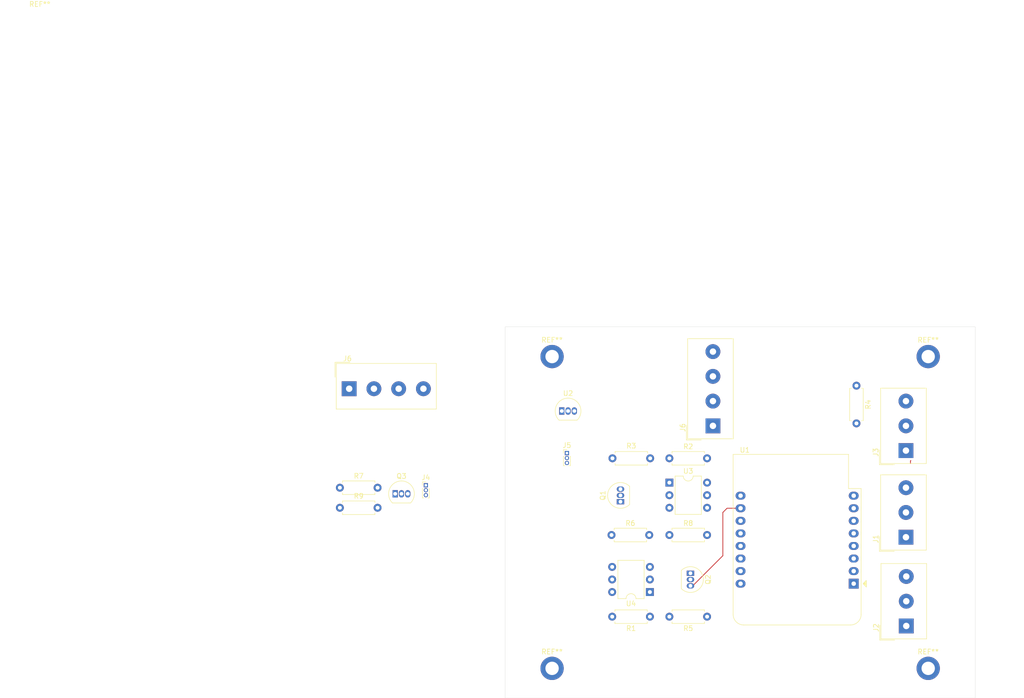
<source format=kicad_pcb>
(kicad_pcb (version 20240108) (generator "pcbnew") (generator_version "8.0")
  (layers (0 "F.Cu" signal) (31 "B.Cu" signal) (34 "B.Paste" user) (35 "F.Paste" user) (36 "B.SilkS" user "B.Silkscreen") (37 "F.SilkS" user "F.Silkscreen") (38 "B.Mask" user) (39 "F.Mask" user) (44 "Edge.Cuts" user))
  (net 0 "")
  (net 1 "Net-(Q1-B)")
  (net 2 "GND")
  (net 3 "Net-(Q1-C)")
  (net 4 "Net-(Q2-C)")
  (net 5 "Net-(Q2-B)")
  (net 7 "ESP32_Rx")
  (net 8 "GND ESP32")
  (net 9 "+5V ESP32")
  (net 10 "+3V3 ESP32")
  (net 12 "GND Intergas")
  (net 13 "ESP32_1W")
  (net 14 "+5V Intergas")
  (net 15 "Net-(Q3-B)")
  (net 16 "Net-(D1-K)")
  (net 17 "+3V3 Intergas")
  (net 18 "ESP32_Tx")
  (net 19 "Net-(D1-A)")
  (net 20 "ESP32_LED")
  (net 21 "Net-(J7-Pin_6)")
  (net 22 "+5V Boiler")
  (net 24 "Boiler_Rx")
  (net 28 "Net-(R1-Pad1)")
  (net 29 "Boiler_Tx")
  (net 30 "Net-(R2-Pad1)")
  (net 32 "Net-(J7-Pin_4)")
  (net 33 "Net-(J7-Pin_5)")
  (net 34 "Net-(J7-Pin_8)")
  (net 35 "Net-(J7-Pin_2)")
  (net 36 "Net-(J7-Pin_7)")
  (net 37 "Net-(J7-Pin_3)")
  (net 38 "Net-(J7-Pin_1)")
  (footprint "Resistor_THT:R_Axial_DIN0207_L6.3mm_D2.5mm_P7.62mm_Horizontal" (layer "F.Cu") (at 144.82 120.555 180)
    (property "Reference" "R5" (at 3.81 -2.37 0) (layer "F.SilkS"))
    (property "Value" "1K")
    (fp_line (start 7.08 1.37) (end 7.08 1.04) (stroke (width 0.12)) (layer "F.SilkS"))
    (fp_line (start 7.08 -1.37) (end 7.08 -1.04) (stroke (width 0.12)) (layer "F.SilkS"))
    (fp_line (start 0.54 1.37) (end 7.08 1.37) (stroke (width 0.12)) (layer "F.SilkS"))
    (fp_line (start 0.54 1.04) (end 0.54 1.37) (stroke (width 0.12)) (layer "F.SilkS"))
    (fp_line (start 0.54 -1.04) (end 0.54 -1.37) (stroke (width 0.12)) (layer "F.SilkS"))
    (fp_line (start 0.54 -1.37) (end 7.08 -1.37) (stroke (width 0.12)) (layer "F.SilkS"))
    (pad "1" thru_hole circle (at 0 0 180) (size 1.6 1.6) (drill 0.8) (layers "*.Cu" "*.Mask") (net 8 "GND ESP32"))
    (pad "2" thru_hole oval (at 7.62 0 180) (size 1.6 1.6) (drill 0.8) (layers "*.Cu" "*.Mask") (net 7 "ESP32_Rx"))
  )
  (footprint "Package_DIP:DIP-6_W7.62mm" (layer "F.Cu") (at 133.26 115.58 180)
    (property "Reference" "U4" (at 3.81 -2.33 0) (layer "F.SilkS"))
    (property "Value" "4N25")
    (fp_line (start 6.46 6.41) (end 6.46 -1.33) (stroke (width 0.12)) (layer "F.SilkS"))
    (fp_line (start 6.46 -1.33) (end 4.81 -1.33) (stroke (width 0.12)) (layer "F.SilkS"))
    (fp_line (start 2.81 -1.33) (end 1.16 -1.33) (stroke (width 0.12)) (layer "F.SilkS"))
    (fp_line (start 1.16 6.41) (end 6.46 6.41) (stroke (width 0.12)) (layer "F.SilkS"))
    (fp_line (start 1.16 -1.33) (end 1.16 6.41) (stroke (width 0.12)) (layer "F.SilkS"))
    (fp_arc (start 4.81 -1.33) (mid 3.81 -0.33) (end 2.81 -1.33) (stroke (width 0.12)) (layer "F.SilkS"))
    (pad "1" thru_hole rect (at 0 0 180) (size 1.6 1.6) (drill 0.8) (layers "*.Cu" "*.Mask") (net 28 "Net-(R1-Pad1)"))
    (pad "2" thru_hole oval (at 0 2.54 180) (size 1.6 1.6) (drill 0.8) (layers "*.Cu" "*.Mask") (net 4 "Net-(Q2-C)"))
    (pad "3" thru_hole oval (at 0 5.08 180) (size 1.6 1.6) (drill 0.8) (layers "*.Cu" "*.Mask"))
    (pad "4" thru_hole oval (at 7.62 5.08 180) (size 1.6 1.6) (drill 0.8) (layers "*.Cu" "*.Mask") (net 7 "ESP32_Rx"))
    (pad "5" thru_hole oval (at 7.62 2.54 180) (size 1.6 1.6) (drill 0.8) (layers "*.Cu" "*.Mask") (net 10 "+3V3 ESP32"))
    (pad "6" thru_hole oval (at 7.62 0 180) (size 1.6 1.6) (drill 0.8) (layers "*.Cu" "*.Mask"))
  )
  (footprint "MountingHole:MountingHole_2.7mm_M2.5_DIN965_Pad_TopBottom" (layer "F.Cu") (at 189.5 131)
    (property "Reference" "REF**" (at 0 -3.35 0) (layer "F.SilkS"))
    (property "Value" "MountingHole_2.7mm_M2.5_DIN965_Pad_TopBottom")
    (pad "1" thru_hole circle (at 0 0) (size 3.1 3.1) (drill 2.7) (layers "*.Cu" "*.Mask"))
    (pad "1" connect circle (at 0 0) (size 4.7 4.7) (layers "F.Cu" "F.Mask"))
    (pad "1" connect circle (at 0 0) (size 4.7 4.7) (layers "B.Cu" "B.Mask"))
  )
  (footprint "Resistor_THT:R_Axial_DIN0207_L6.3mm_D2.5mm_P7.62mm_Horizontal" (layer "F.Cu") (at 133.32 88.555 180)
    (property "Reference" "R3" (at 3.81 2.5 0) (layer "F.SilkS"))
    (property "Value" "1K")
    (fp_line (start 7.08 1.37) (end 7.08 1.04) (stroke (width 0.12)) (layer "F.SilkS"))
    (fp_line (start 7.08 -1.37) (end 7.08 -1.04) (stroke (width 0.12)) (layer "F.SilkS"))
    (fp_line (start 0.54 1.37) (end 7.08 1.37) (stroke (width 0.12)) (layer "F.SilkS"))
    (fp_line (start 0.54 1.04) (end 0.54 1.37) (stroke (width 0.12)) (layer "F.SilkS"))
    (fp_line (start 0.54 -1.04) (end 0.54 -1.37) (stroke (width 0.12)) (layer "F.SilkS"))
    (fp_line (start 0.54 -1.37) (end 7.08 -1.37) (stroke (width 0.12)) (layer "F.SilkS"))
    (pad "1" thru_hole circle (at 0 0 180) (size 1.6 1.6) (drill 0.8) (layers "*.Cu" "*.Mask") (net 18 "ESP32_Tx"))
    (pad "2" thru_hole oval (at 7.62 0 180) (size 1.6 1.6) (drill 0.8) (layers "*.Cu" "*.Mask") (net 1 "Net-(Q1-B)"))
  )
  (footprint "TerminalBlock_Altech:Altech_AK100_1x03_P5.00mm" (layer "F.Cu") (at 185.0675 122.4325 90)
    (property "Reference" "J2" (at -0.35 -6.09 90) (layer "F.SilkS"))
    (property "Value" "Screw_Terminal_01x03")
    (fp_line (start -2.85 -5.35) (end 0.15 -5.35) (stroke (width 0.12)) (layer "F.SilkS"))
    (fp_line (start 12.61 -5.11) (end 12.61 4.11) (stroke (width 0.12)) (layer "F.SilkS"))
    (fp_line (start -2.61 -5.11) (end 12.61 -5.11) (stroke (width 0.12)) (layer "F.SilkS"))
    (fp_line (start -2.61 -5.11) (end -2.61 4.11) (stroke (width 0.12)) (layer "F.SilkS"))
    (fp_line (start -2.85 -2.35) (end -2.85 -5.35) (stroke (width 0.12)) (layer "F.SilkS"))
    (fp_line (start -2.61 4.11) (end 12.61 4.11) (stroke (width 0.12)) (layer "F.SilkS"))
    (pad "1" thru_hole rect (at 0 0 90) (size 3 3) (drill 1.3) (layers "*.Cu" "*.Mask") (net 10 "+3V3 ESP32"))
    (pad "2" thru_hole circle (at 5 0 90) (size 3 3) (drill 1.3) (layers "*.Cu" "*.Mask") (net 13 "ESP32_1W"))
    (pad "3" thru_hole circle (at 10 0 90) (size 3 3) (drill 1.3) (layers "*.Cu" "*.Mask") (net 8 "GND ESP32"))
  )
  (footprint "TerminalBlock_Altech:Altech_AK100_1x03_P5.00mm" (layer "F.Cu") (at 185 104.5 90)
    (property "Reference" "J1" (at -0.35 -6.09 90) (layer "F.SilkS"))
    (property "Value" "Screw_Terminal_01x03")
    (fp_line (start -2.85 -5.35) (end 0.15 -5.35) (stroke (width 0.12)) (layer "F.SilkS"))
    (fp_line (start 12.61 -5.11) (end 12.61 4.11) (stroke (width 0.12)) (layer "F.SilkS"))
    (fp_line (start -2.61 -5.11) (end 12.61 -5.11) (stroke (width 0.12)) (layer "F.SilkS"))
    (fp_line (start -2.61 -5.11) (end -2.61 4.11) (stroke (width 0.12)) (layer "F.SilkS"))
    (fp_line (start -2.85 -2.35) (end -2.85 -5.35) (stroke (width 0.12)) (layer "F.SilkS"))
    (fp_line (start -2.61 4.11) (end 12.61 4.11) (stroke (width 0.12)) (layer "F.SilkS"))
    (pad "1" thru_hole rect (at 0 0 90) (size 3 3) (drill 1.3) (layers "*.Cu" "*.Mask") (net 10 "+3V3 ESP32"))
    (pad "2" thru_hole circle (at 5 0 90) (size 3 3) (drill 1.3) (layers "*.Cu" "*.Mask") (net 13 "ESP32_1W"))
    (pad "3" thru_hole circle (at 10 0 90) (size 3 3) (drill 1.3) (layers "*.Cu" "*.Mask") (net 8 "GND ESP32"))
  )
  (footprint "Resistor_THT:R_Axial_DIN0207_L6.3mm_D2.5mm_P7.62mm_Horizontal" (layer "F.Cu") (at 175 73.88 -90)
    (property "Reference" "R4" (at 3.81 -2.37 90) (layer "F.SilkS"))
    (property "Value" "4k7")
    (fp_line (start 0.54 1.37) (end 7.08 1.37) (stroke (width 0.12)) (layer "F.SilkS"))
    (fp_line (start 7.08 1.37) (end 7.08 1.04) (stroke (width 0.12)) (layer "F.SilkS"))
    (fp_line (start 0.54 1.04) (end 0.54 1.37) (stroke (width 0.12)) (layer "F.SilkS"))
    (fp_line (start 0.54 -1.04) (end 0.54 -1.37) (stroke (width 0.12)) (layer "F.SilkS"))
    (fp_line (start 0.54 -1.37) (end 7.08 -1.37) (stroke (width 0.12)) (layer "F.SilkS"))
    (fp_line (start 7.08 -1.37) (end 7.08 -1.04) (stroke (width 0.12)) (layer "F.SilkS"))
    (pad "1" thru_hole circle (at 0 0 270) (size 1.6 1.6) (drill 0.8) (layers "*.Cu" "*.Mask") (net 13 "ESP32_1W"))
    (pad "2" thru_hole oval (at 7.62 0 270) (size 1.6 1.6) (drill 0.8) (layers "*.Cu" "*.Mask") (net 10 "+3V3 ESP32"))
  )
  (footprint "TerminalBlock_Altech:Altech_AK100_1x03_P5.00mm" (layer "F.Cu") (at 185 87 90)
    (property "Reference" "J3" (at -0.35 -6.09 90) (layer "F.SilkS"))
    (property "Value" "Screw_Terminal_01x03")
    (fp_line (start -2.85 -5.35) (end 0.15 -5.35) (stroke (width 0.12)) (layer "F.SilkS"))
    (fp_line (start 12.61 -5.11) (end 12.61 4.11) (stroke (width 0.12)) (layer "F.SilkS"))
    (fp_line (start -2.61 -5.11) (end 12.61 -5.11) (stroke (width 0.12)) (layer "F.SilkS"))
    (fp_line (start -2.61 -5.11) (end -2.61 4.11) (stroke (width 0.12)) (layer "F.SilkS"))
    (fp_line (start -2.85 -2.35) (end -2.85 -5.35) (stroke (width 0.12)) (layer "F.SilkS"))
    (fp_line (start -2.61 4.11) (end 12.61 4.11) (stroke (width 0.12)) (layer "F.SilkS"))
    (pad "1" thru_hole rect (at 0 0 90) (size 3 3) (drill 1.3) (layers "*.Cu" "*.Mask") (net 10 "+3V3 ESP32"))
    (pad "2" thru_hole circle (at 5 0 90) (size 3 3) (drill 1.3) (layers "*.Cu" "*.Mask") (net 13 "ESP32_1W"))
    (pad "3" thru_hole circle (at 10 0 90) (size 3 3) (drill 1.3) (layers "*.Cu" "*.Mask") (net 8 "GND ESP32"))
  )
  (footprint "Resistor_THT:R_Axial_DIN0207_L6.3mm_D2.5mm_P7.62mm_Horizontal" (layer "F.Cu") (at 137.2 104.055)
    (property "Reference" "R8" (at 3.81 -2.37 0) (layer "F.SilkS"))
    (property "Value" "1K")
    (fp_line (start 0.54 -1.37) (end 7.08 -1.37) (stroke (width 0.12)) (layer "F.SilkS"))
    (fp_line (start 0.54 -1.04) (end 0.54 -1.37) (stroke (width 0.12)) (layer "F.SilkS"))
    (fp_line (start 0.54 1.04) (end 0.54 1.37) (stroke (width 0.12)) (layer "F.SilkS"))
    (fp_line (start 0.54 1.37) (end 7.08 1.37) (stroke (width 0.12)) (layer "F.SilkS"))
    (fp_line (start 7.08 -1.37) (end 7.08 -1.04) (stroke (width 0.12)) (layer "F.SilkS"))
    (fp_line (start 7.08 1.37) (end 7.08 1.04) (stroke (width 0.12)) (layer "F.SilkS"))
    (pad "1" thru_hole circle (at 0 0) (size 1.6 1.6) (drill 0.8) (layers "*.Cu" "*.Mask") (net 29 "Boiler_Tx"))
    (pad "2" thru_hole oval (at 7.62 0) (size 1.6 1.6) (drill 0.8) (layers "*.Cu" "*.Mask") (net 5 "Net-(Q2-B)"))
  )
  (footprint "Connector_PinHeader_1.00mm:PinHeader_1x03_P1.00mm_Vertical" (layer "F.Cu") (at 116.5 87.5)
    (property "Reference" "J5" (at 0 -1.56 0) (layer "F.SilkS"))
    (property "Value" "Conn_01x03_Pin")
    (fp_line (start -0.695 -0.685) (end 0 -0.685) (stroke (width 0.12)) (layer "F.SilkS"))
    (fp_line (start -0.695 0) (end -0.695 -0.685) (stroke (width 0.12)) (layer "F.SilkS"))
    (fp_line (start -0.695 0.685) (end -0.695 2.56) (stroke (width 0.12)) (layer "F.SilkS"))
    (fp_line (start -0.695 0.685) (end -0.608276 0.685) (stroke (width 0.12)) (layer "F.SilkS"))
    (fp_line (start -0.695 2.56) (end -0.394493 2.56) (stroke (width 0.12)) (layer "F.SilkS"))
    (fp_line (start 0.394493 2.56) (end 0.695 2.56) (stroke (width 0.12)) (layer "F.SilkS"))
    (fp_line (start 0.608276 0.685) (end 0.695 0.685) (stroke (width 0.12)) (layer "F.SilkS"))
    (fp_line (start 0.695 0.685) (end 0.695 2.56) (stroke (width 0.12)) (layer "F.SilkS"))
    (pad "1" thru_hole rect (at 0 0) (size 0.85 0.85) (drill 0.5) (layers "*.Cu" "*.Mask") (net 14 "+5V Intergas"))
    (pad "2" thru_hole oval (at 0 1) (size 0.85 0.85) (drill 0.5) (layers "*.Cu" "*.Mask") (net 9 "+5V ESP32"))
    (pad "3" thru_hole oval (at 0 2) (size 0.85 0.85) (drill 0.5) (layers "*.Cu" "*.Mask"))
  )
  (footprint "Package_TO_SOT_THT:TO-92_Inline" (layer "F.Cu") (at 127.32 97.325 90)
    (property "Reference" "Q1" (at 1.27 -3.56 90) (layer "F.SilkS"))
    (property "Value" "BC337")
    (fp_line (start -0.53 1.85) (end 3.07 1.85) (stroke (width 0.12)) (layer "F.SilkS"))
    (fp_arc (start 1.27 -2.6) (mid 3.672087 -0.994977) (end 3.108478 1.838478) (stroke (width 0.12)) (layer "F.SilkS"))
    (fp_arc (start -0.568478 1.838478) (mid -1.132087 -0.994977) (end 1.27 -2.6) (stroke (width 0.12)) (layer "F.SilkS"))
    (pad "1" thru_hole rect (at 0 0 90) (size 1.05 1.5) (drill 0.75) (layers "*.Cu" "*.Mask") (net 3 "Net-(Q1-C)"))
    (pad "2" thru_hole oval (at 1.27 0 90) (size 1.05 1.5) (drill 0.75) (layers "*.Cu" "*.Mask") (net 1 "Net-(Q1-B)"))
    (pad "3" thru_hole oval (at 2.54 0 90) (size 1.05 1.5) (drill 0.75) (layers "*.Cu" "*.Mask") (net 8 "GND ESP32"))
  )
  (footprint "Package_TO_SOT_THT:TO-92_Inline" (layer "F.Cu") (at 81.8 95.73)
    (property "Reference" "Q3" (at 1.27 -3.56 0) (layer "F.SilkS"))
    (property "Value" "BC337")
    (fp_line (start -0.53 1.85) (end 3.07 1.85) (stroke (width 0.12)) (layer "F.SilkS"))
    (fp_arc (start -0.568478 1.838478) (mid -1.132087 -0.994977) (end 1.27 -2.6) (stroke (width 0.12)) (layer "F.SilkS"))
    (fp_arc (start 1.27 -2.6) (mid 3.672087 -0.994977) (end 3.108478 1.838478) (stroke (width 0.12)) (layer "F.SilkS"))
    (pad "1" thru_hole rect (at 0 0) (size 1.05 1.5) (drill 0.75) (layers "*.Cu" "*.Mask") (net 16 "Net-(D1-K)"))
    (pad "2" thru_hole oval (at 1.27 0) (size 1.05 1.5) (drill 0.75) (layers "*.Cu" "*.Mask") (net 15 "Net-(Q3-B)"))
    (pad "3" thru_hole oval (at 2.54 0) (size 1.05 1.5) (drill 0.75) (layers "*.Cu" "*.Mask") (net 8 "GND ESP32"))
  )
  (footprint "MountingHole:MountingHole_2.7mm_M2.5_DIN965_Pad_TopBottom" (layer "F.Cu") (at 113.5 131)
    (property "Reference" "REF**" (at 0 -3.35 0) (layer "F.SilkS"))
    (property "Value" "MountingHole_2.7mm_M2.5_DIN965_Pad_TopBottom")
    (pad "1" thru_hole circle (at 0 0) (size 3.1 3.1) (drill 2.7) (layers "*.Cu" "*.Mask"))
    (pad "1" connect circle (at 0 0) (size 4.7 4.7) (layers "F.Cu" "F.Mask"))
    (pad "1" connect circle (at 0 0) (size 4.7 4.7) (layers "B.Cu" "B.Mask"))
  )
  (footprint "Resistor_THT:R_Axial_DIN0207_L6.3mm_D2.5mm_P7.62mm_Horizontal" (layer "F.Cu") (at 125.51 104.055)
    (property "Reference" "R6" (at 3.81 -2.37 0) (layer "F.SilkS"))
    (property "Value" "1K")
    (fp_line (start 0.54 -1.37) (end 7.08 -1.37) (stroke (width 0.12)) (layer "F.SilkS"))
    (fp_line (start 0.54 -1.04) (end 0.54 -1.37) (stroke (width 0.12)) (layer "F.SilkS"))
    (fp_line (start 0.54 1.04) (end 0.54 1.37) (stroke (width 0.12)) (layer "F.SilkS"))
    (fp_line (start 0.54 1.37) (end 7.08 1.37) (stroke (width 0.12)) (layer "F.SilkS"))
    (fp_line (start 7.08 -1.37) (end 7.08 -1.04) (stroke (width 0.12)) (layer "F.SilkS"))
    (fp_line (start 7.08 1.37) (end 7.08 1.04) (stroke (width 0.12)) (layer "F.SilkS"))
    (pad "1" thru_hole circle (at 0 0) (size 1.6 1.6) (drill 0.8) (layers "*.Cu" "*.Mask") (net 12 "GND Intergas"))
    (pad "2" thru_hole oval (at 7.62 0) (size 1.6 1.6) (drill 0.8) (layers "*.Cu" "*.Mask") (net 24 "Boiler_Rx"))
  )
  (footprint "RF_Module:WEMOS_D1_mini_light" (layer "F.Cu") (at 174.445 113.89 180)
    (property "Reference" "U1" (at 22 27 0) (layer "F.SilkS"))
    (property "Value" "WEMOS_D1_mini")
    (fp_line (start 24.36 26.12) (end 24.36 -6.21) (stroke (width 0.12)) (layer "F.SilkS"))
    (fp_line (start 22.24 -8.34) (end 0.63 -8.34) (stroke (width 0.12)) (layer "F.SilkS"))
    (fp_line (start 1.04 26.12) (end 24.36 26.12) (stroke (width 0.12)) (layer "F.SilkS"))
    (fp_line (start 1.04 19.22) (end 1.04 26.12) (stroke (width 0.12)) (layer "F.SilkS"))
    (fp_line (start -1.5 19.22) (end 1.04 19.22) (stroke (width 0.12)) (layer "F.SilkS"))
    (fp_line (start -1.5 19.22) (end -1.5 -6.21) (stroke (width 0.12)) (layer "F.SilkS"))
    (fp_arc (start 22.23 -8.34) (mid 23.736137 -7.716137) (end 24.36 -6.21) (stroke (width 0.12)) (layer "F.SilkS"))
    (fp_arc (start -1.5 -6.21) (mid -0.876137 -7.716137) (end 0.63 -8.34) (stroke (width 0.12)) (layer "F.SilkS"))
    (fp_poly (pts (xy -2.54 -0.635) (xy -2.54 0.635) (xy -1.905 0)) (stroke (width 0.15)) (fill solid) (layer "F.SilkS"))
    (pad "1" thru_hole rect (at 0 0 180) (size 2 2) (drill 0.9) (layers "*.Cu" "*.Mask"))
    (pad "2" thru_hole oval (at 0 2.54 180) (size 2 1.6) (drill 0.9) (layers "*.Cu" "*.Mask") (net 38 "Net-(J7-Pin_1)"))
    (pad "3" thru_hole oval (at 0 5.08 180) (size 2 1.6) (drill 0.9) (layers "*.Cu" "*.Mask") (net 13 "ESP32_1W"))
    (pad "4" thru_hole oval (at 0 7.62 180) (size 2 1.6) (drill 0.9) (layers "*.Cu" "*.Mask") (net 33 "Net-(J7-Pin_5)"))
    (pad "5" thru_hole oval (at 0 10.16 180) (size 2 1.6) (drill 0.9) (layers "*.Cu" "*.Mask") (net 21 "Net-(J7-Pin_6)"))
    (pad "6" thru_hole oval (at 0 12.7 180) (size 2 1.6) (drill 0.9) (layers "*.Cu" "*.Mask") (net 36 "Net-(J7-Pin_7)"))
    (pad "7" thru_hole oval (at 0 15.24 180) (size 2 1.6) (drill 0.9) (layers "*.Cu" "*.Mask") (net 34 "Net-(J7-Pin_8)"))
    (pad "8" thru_hole oval (at 0 17.78 180) (size 2 1.6) (drill 0.9) (layers "*.Cu" "*.Mask") (net 10 "+3V3 ESP32"))
    (pad "9" thru_hole oval (at 22.86 17.78 180) (size 2 1.6) (drill 0.9) (layers "*.Cu" "*.Mask") (net 9 "+5V ESP32"))
    (pad "10" thru_hole oval (at 22.86 15.24 180) (size 2 1.6) (drill 0.9) (layers "*.Cu" "*.Mask") (net 8 "GND ESP32"))
    (pad "11" thru_hole oval (at 22.86 12.7 180) (size 2 1.6) (drill 0.9) (layers "*.Cu" "*.Mask") (net 32 "Net-(J7-Pin_4)"))
    (pad "12" thru_hole oval (at 22.86 10.16 180) (size 2 1.6) (drill 0.9) (layers "*.Cu" "*.Mask") (net 20 "ESP32_LED"))
    (pad "13" thru_hole oval (at 22.86 7.62 180) (size 2 1.6) (drill 0.9) (layers "*.Cu" "*.Mask") (net 37 "Net-(J7-Pin_3)"))
    (pad "14" thru_hole oval (at 22.86 5.08 180) (size 2 1.6) (drill 0.9) (layers "*.Cu" "*.Mask") (net 35 "Net-(J7-Pin_2)"))
    (pad "15" thru_hole oval (at 22.86 2.54 180) (size 2 1.6) (drill 0.9) (layers "*.Cu" "*.Mask") (net 7 "ESP32_Rx"))
    (pad "16" thru_hole oval (at 22.86 0 180) (size 2 1.6) (drill 0.9) (layers "*.Cu" "*.Mask") (net 18 "ESP32_Tx"))
  )
  (footprint "TerminalBlock_Altech:Altech_AK100_1x04_P5.00mm" (layer "F.Cu") (at 146 82 90)
    (property "Reference" "J6" (at -0.35 -6.09 90) (layer "F.SilkS"))
    (property "Value" "Screw_Terminal_01x04")
    (fp_line (start -2.85 -5.35) (end 0.15 -5.35) (stroke (width 0.12)) (layer "F.SilkS"))
    (fp_line (start 17.61 -5.11) (end 17.61 4.11) (stroke (width 0.12)) (layer "F.SilkS"))
    (fp_line (start -2.61 -5.11) (end 17.61 -5.11) (stroke (width 0.12)) (layer "F.SilkS"))
    (fp_line (start -2.61 -5.11) (end -2.61 4.11) (stroke (width 0.12)) (layer "F.SilkS"))
    (fp_line (start -2.85 -2.35) (end -2.85 -5.35) (stroke (width 0.12)) (layer "F.SilkS"))
    (fp_line (start -2.61 4.11) (end 17.61 4.11) (stroke (width 0.12)) (layer "F.SilkS"))
    (pad "1" thru_hole rect (at 0 0 90) (size 3 3) (drill 1.3) (layers "*.Cu" "*.Mask") (net 2 "GND"))
    (pad "2" thru_hole circle (at 5 0 90) (size 3 3) (drill 1.3) (layers "*.Cu" "*.Mask") (net 29 "Boiler_Tx"))
    (pad "3" thru_hole circle (at 10 0 90) (size 3 3) (drill 1.3) (layers "*.Cu" "*.Mask") (net 24 "Boiler_Rx"))
    (pad "4" thru_hole circle (at 15 0 90) (size 3 3) (drill 1.3) (layers "*.Cu" "*.Mask") (net 22 "+5V Boiler"))
  )
  (footprint "Package_TO_SOT_THT:TO-92_Inline" (layer "F.Cu") (at 115.46 79)
    (property "Reference" "U2" (at 1.27 -3.56 0) (layer "F.SilkS"))
    (property "Value" "LP2950-3.0_TO92")
    (fp_line (start -0.53 1.85) (end 3.07 1.85) (stroke (width 0.12)) (layer "F.SilkS"))
    (fp_arc (start -0.568478 1.838478) (mid -1.132087 -0.994977) (end 1.27 -2.6) (stroke (width 0.12)) (layer "F.SilkS"))
    (fp_arc (start 1.27 -2.6) (mid 3.672087 -0.994977) (end 3.108478 1.838478) (stroke (width 0.12)) (layer "F.SilkS"))
    (pad "1" thru_hole rect (at 0 0) (size 1.05 1.5) (drill 0.75) (layers "*.Cu" "*.Mask") (net 17 "+3V3 Intergas"))
    (pad "2" thru_hole oval (at 1.27 0) (size 1.05 1.5) (drill 0.75) (layers "*.Cu" "*.Mask") (net 12 "GND Intergas"))
    (pad "3" thru_hole oval (at 2.54 0) (size 1.05 1.5) (drill 0.75) (layers "*.Cu" "*.Mask") (net 14 "+5V Intergas"))
  )
  (footprint "Package_DIP:DIP-6_W7.62mm" (layer "F.Cu") (at 137.2 93.475)
    (property "Reference" "U3" (at 3.81 -2.33 0) (layer "F.SilkS"))
    (property "Value" "4N25")
    (fp_line (start 1.16 -1.33) (end 1.16 6.41) (stroke (width 0.12)) (layer "F.SilkS"))
    (fp_line (start 1.16 6.41) (end 6.46 6.41) (stroke (width 0.12)) (layer "F.SilkS"))
    (fp_line (start 2.81 -1.33) (end 1.16 -1.33) (stroke (width 0.12)) (layer "F.SilkS"))
    (fp_line (start 6.46 -1.33) (end 4.81 -1.33) (stroke (width 0.12)) (layer "F.SilkS"))
    (fp_line (start 6.46 6.41) (end 6.46 -1.33) (stroke (width 0.12)) (layer "F.SilkS"))
    (fp_arc (start 4.81 -1.33) (mid 3.81 -0.33) (end 2.81 -1.33) (stroke (width 0.12)) (layer "F.SilkS"))
    (pad "1" thru_hole rect (at 0 0) (size 1.6 1.6) (drill 0.8) (layers "*.Cu" "*.Mask") (net 30 "Net-(R2-Pad1)"))
    (pad "2" thru_hole oval (at 0 2.54) (size 1.6 1.6) (drill 0.8) (layers "*.Cu" "*.Mask") (net 3 "Net-(Q1-C)"))
    (pad "3" thru_hole oval (at 0 5.08) (size 1.6 1.6) (drill 0.8) (layers "*.Cu" "*.Mask"))
    (pad "4" thru_hole oval (at 7.62 5.08) (size 1.6 1.6) (drill 0.8) (layers "*.Cu" "*.Mask") (net 24 "Boiler_Rx"))
    (pad "5" thru_hole oval (at 7.62 2.54) (size 1.6 1.6) (drill 0.8) (layers "*.Cu" "*.Mask") (net 17 "+3V3 Intergas"))
    (pad "6" thru_hole oval (at 7.62 0) (size 1.6 1.6) (drill 0.8) (layers "*.Cu" "*.Mask"))
  )
  (footprint "Package_TO_SOT_THT:TO-92_Inline" (layer "F.Cu") (at 141.46 111.785 -90)
    (property "Reference" "Q2" (at 1.27 -3.56 90) (layer "F.SilkS"))
    (property "Value" "BC337")
    (fp_line (start -0.53 1.85) (end 3.07 1.85) (stroke (width 0.12)) (layer "F.SilkS"))
    (fp_arc (start -0.568478 1.838478) (mid -1.132087 -0.994977) (end 1.27 -2.6) (stroke (width 0.12)) (layer "F.SilkS"))
    (fp_arc (start 1.27 -2.6) (mid 3.672087 -0.994977) (end 3.108478 1.838478) (stroke (width 0.12)) (layer "F.SilkS"))
    (pad "1" thru_hole rect (at 0 0 270) (size 1.05 1.5) (drill 0.75) (layers "*.Cu" "*.Mask") (net 4 "Net-(Q2-C)"))
    (pad "2" thru_hole oval (at 1.27 0 270) (size 1.05 1.5) (drill 0.75) (layers "*.Cu" "*.Mask") (net 5 "Net-(Q2-B)"))
    (pad "3" thru_hole oval (at 2.54 0 270) (size 1.05 1.5) (drill 0.75) (layers "*.Cu" "*.Mask") (net 12 "GND Intergas"))
  )
  (footprint "MountingHole:MountingHole_2.7mm_M2.5_DIN965_Pad_TopBottom" (layer "F.Cu") (at 113.5 68)
    (property "Reference" "REF**" (at 0 -3.35 0) (layer "F.SilkS"))
    (property "Value" "MountingHole_2.7mm_M2.5_DIN965_Pad_TopBottom")
    (pad "1" thru_hole circle (at 0 0) (size 3.1 3.1) (drill 2.7) (layers "*.Cu" "*.Mask"))
    (pad "1" connect circle (at 0 0) (size 4.7 4.7) (layers "F.Cu" "F.Mask"))
    (pad "1" connect circle (at 0 0) (size 4.7 4.7) (layers "B.Cu" "B.Mask"))
  )
  (footprint "Resistor_THT:R_Axial_DIN0207_L6.3mm_D2.5mm_P7.62mm_Horizontal" (layer "F.Cu") (at 133.27 120.555 180)
    (property "Reference" "R1" (at 3.81 -2.37 0) (layer "F.SilkS"))
    (property "Value" "1K")
    (fp_line (start 7.08 1.37) (end 7.08 1.04) (stroke (width 0.12)) (layer "F.SilkS"))
    (fp_line (start 7.08 -1.37) (end 7.08 -1.04) (stroke (width 0.12)) (layer "F.SilkS"))
    (fp_line (start 0.54 1.37) (end 7.08 1.37) (stroke (width 0.12)) (layer "F.SilkS"))
    (fp_line (start 0.54 1.04) (end 0.54 1.37) (stroke (width 0.12)) (layer "F.SilkS"))
    (fp_line (start 0.54 -1.04) (end 0.54 -1.37) (stroke (width 0.12)) (layer "F.SilkS"))
    (fp_line (start 0.54 -1.37) (end 7.08 -1.37) (stroke (width 0.12)) (layer "F.SilkS"))
    (pad "1" thru_hole circle (at 0 0 180) (size 1.6 1.6) (drill 0.8) (layers "*.Cu" "*.Mask") (net 28 "Net-(R1-Pad1)"))
    (pad "2" thru_hole oval (at 7.62 0 180) (size 1.6 1.6) (drill 0.8) (layers "*.Cu" "*.Mask") (net 17 "+3V3 Intergas"))
  )
  (footprint "TerminalBlock_Altech:Altech_AK100_1x04_P5.00mm" (layer "F.Cu") (at 72.5 74.5)
    (property "Reference" "J6" (at -0.35 -6.09 0) (layer "F.SilkS"))
    (property "Value" "Screw_Terminal_01x04")
    (fp_line (start -2.85 -5.35) (end 0.15 -5.35) (stroke (width 0.12)) (layer "F.SilkS"))
    (fp_line (start -2.85 -2.35) (end -2.85 -5.35) (stroke (width 0.12)) (layer "F.SilkS"))
    (fp_line (start -2.61 -5.11) (end -2.61 4.11) (stroke (width 0.12)) (layer "F.SilkS"))
    (fp_line (start -2.61 -5.11) (end 17.61 -5.11) (stroke (width 0.12)) (layer "F.SilkS"))
    (fp_line (start -2.61 4.11) (end 17.61 4.11) (stroke (width 0.12)) (layer "F.SilkS"))
    (fp_line (start 17.61 -5.11) (end 17.61 4.11) (stroke (width 0.12)) (layer "F.SilkS"))
    (pad "1" thru_hole rect (at 0 0) (size 3 3) (drill 1.3) (layers "*.Cu" "*.Mask") (net 14 "+5V Intergas"))
    (pad "2" thru_hole circle (at 5 0) (size 3 3) (drill 1.3) (layers "*.Cu" "*.Mask") (net 24 "Boiler_Rx"))
    (pad "3" thru_hole circle (at 10 0) (size 3 3) (drill 1.3) (layers "*.Cu" "*.Mask") (net 29 "Boiler_Tx"))
    (pad "4" thru_hole circle (at 15 0) (size 3 3) (drill 1.3) (layers "*.Cu" "*.Mask") (net 12 "GND Intergas"))
  )
  (footprint "MountingHole:MountingHole_2.1mm" (layer "F.Cu") (at 10 0)
    (property "Reference" "REF**" (at 0 -3.2 0) (layer "F.SilkS"))
    (property "Value" "MountingHole_2.1mm")
    (pad "" np_thru_hole circle (at 0 0) (size 2.1 2.1) (drill 2.1) (layers "*.Cu" "*.Mask"))
  )
  (footprint "Connector_PinHeader_1.00mm:PinHeader_1x03_P1.00mm_Vertical" (layer "F.Cu") (at 88 94)
    (property "Reference" "J4" (at 0 -1.56 0) (layer "F.SilkS"))
    (property "Value" "Conn_01x03_Pin")
    (fp_line (start -0.695 -0.685) (end 0 -0.685) (stroke (width 0.12)) (layer "F.SilkS"))
    (fp_line (start -0.695 0) (end -0.695 -0.685) (stroke (width 0.12)) (layer "F.SilkS"))
    (fp_line (start -0.695 0.685) (end -0.695 2.56) (stroke (width 0.12)) (layer "F.SilkS"))
    (fp_line (start -0.695 0.685) (end -0.608276 0.685) (stroke (width 0.12)) (layer "F.SilkS"))
    (fp_line (start -0.695 2.56) (end -0.394493 2.56) (stroke (width 0.12)) (layer "F.SilkS"))
    (fp_line (start 0.394493 2.56) (end 0.695 2.56) (stroke (width 0.12)) (layer "F.SilkS"))
    (fp_line (start 0.608276 0.685) (end 0.695 0.685) (stroke (width 0.12)) (layer "F.SilkS"))
    (fp_line (start 0.695 0.685) (end 0.695 2.56) (stroke (width 0.12)) (layer "F.SilkS"))
    (pad "1" thru_hole rect (at 0 0) (size 0.85 0.85) (drill 0.5) (layers "*.Cu" "*.Mask") (net 12 "GND Intergas"))
    (pad "2" thru_hole oval (at 0 1) (size 0.85 0.85) (drill 0.5) (layers "*.Cu" "*.Mask") (net 8 "GND ESP32"))
    (pad "3" thru_hole oval (at 0 2) (size 0.85 0.85) (drill 0.5) (layers "*.Cu" "*.Mask"))
  )
  (footprint "Resistor_THT:R_Axial_DIN0207_L6.3mm_D2.5mm_P7.62mm_Horizontal" (layer "F.Cu") (at 70.62 94.5)
    (property "Reference" "R7" (at 3.81 -2.37 0) (layer "F.SilkS"))
    (property "Value" "1K")
    (fp_line (start 0.54 -1.37) (end 7.08 -1.37) (stroke (width 0.12)) (layer "F.SilkS"))
    (fp_line (start 0.54 -1.04) (end 0.54 -1.37) (stroke (width 0.12)) (layer "F.SilkS"))
    (fp_line (start 0.54 1.04) (end 0.54 1.37) (stroke (width 0.12)) (layer "F.SilkS"))
    (fp_line (start 0.54 1.37) (end 7.08 1.37) (stroke (width 0.12)) (layer "F.SilkS"))
    (fp_line (start 7.08 -1.37) (end 7.08 -1.04) (stroke (width 0.12)) (layer "F.SilkS"))
    (fp_line (start 7.08 1.37) (end 7.08 1.04) (stroke (width 0.12)) (layer "F.SilkS"))
    (pad "1" thru_hole circle (at 0 0) (size 1.6 1.6) (drill 0.8) (layers "*.Cu" "*.Mask") (net 19 "Net-(D1-A)"))
    (pad "2" thru_hole oval (at 7.62 0) (size 1.6 1.6) (drill 0.8) (layers "*.Cu" "*.Mask") (net 9 "+5V ESP32"))
  )
  (footprint "MountingHole:MountingHole_2.7mm_M2.5_DIN965_Pad_TopBottom" (layer "F.Cu") (at 189.5 68)
    (property "Reference" "REF**" (at 0 -3.35 0) (layer "F.SilkS"))
    (property "Value" "MountingHole_2.7mm_M2.5_DIN965_Pad_TopBottom")
    (pad "1" thru_hole circle (at 0 0) (size 3.1 3.1) (drill 2.7) (layers "*.Cu" "*.Mask"))
    (pad "1" connect circle (at 0 0) (size 4.7 4.7) (layers "F.Cu" "F.Mask"))
    (pad "1" connect circle (at 0 0) (size 4.7 4.7) (layers "B.Cu" "B.Mask"))
  )
  (footprint "Resistor_THT:R_Axial_DIN0207_L6.3mm_D2.5mm_P7.62mm_Horizontal" (layer "F.Cu") (at 70.62 98.55)
    (property "Reference" "R9" (at 3.81 -2.37 0) (layer "F.SilkS"))
    (property "Value" "1K")
    (fp_line (start 0.54 -1.37) (end 7.08 -1.37) (stroke (width 0.12)) (layer "F.SilkS"))
    (fp_line (start 0.54 -1.04) (end 0.54 -1.37) (stroke (width 0.12)) (layer "F.SilkS"))
    (fp_line (start 0.54 1.04) (end 0.54 1.37) (stroke (width 0.12)) (layer "F.SilkS"))
    (fp_line (start 0.54 1.37) (end 7.08 1.37) (stroke (width 0.12)) (layer "F.SilkS"))
    (fp_line (start 7.08 -1.37) (end 7.08 -1.04) (stroke (width 0.12)) (layer "F.SilkS"))
    (fp_line (start 7.08 1.37) (end 7.08 1.04) (stroke (width 0.12)) (layer "F.SilkS"))
    (pad "1" thru_hole circle (at 0 0) (size 1.6 1.6) (drill 0.8) (layers "*.Cu" "*.Mask") (net 15 "Net-(Q3-B)"))
    (pad "2" thru_hole oval (at 7.62 0) (size 1.6 1.6) (drill 0.8) (layers "*.Cu" "*.Mask") (net 20 "ESP32_LED"))
  )
  (footprint "Resistor_THT:R_Axial_DIN0207_L6.3mm_D2.5mm_P7.62mm_Horizontal" (layer "F.Cu") (at 137.2 88.555)
    (property "Reference" "R2" (at 3.81 -2.37 0) (layer "F.SilkS"))
    (property "Value" "1K")
    (fp_line (start 0.54 -1.37) (end 7.08 -1.37) (stroke (width 0.12)) (layer "F.SilkS"))
    (fp_line (start 0.54 -1.04) (end 0.54 -1.37) (stroke (width 0.12)) (layer "F.SilkS"))
    (fp_line (start 0.54 1.04) (end 0.54 1.37) (stroke (width 0.12)) (layer "F.SilkS"))
    (fp_line (start 0.54 1.37) (end 7.08 1.37) (stroke (width 0.12)) (layer "F.SilkS"))
    (fp_line (start 7.08 -1.37) (end 7.08 -1.04) (stroke (width 0.12)) (layer "F.SilkS"))
    (fp_line (start 7.08 1.37) (end 7.08 1.04) (stroke (width 0.12)) (layer "F.SilkS"))
    (pad "1" thru_hole circle (at 0 0) (size 1.6 1.6) (drill 0.8) (layers "*.Cu" "*.Mask") (net 30 "Net-(R2-Pad1)"))
    (pad "2" thru_hole oval (at 7.62 0) (size 1.6 1.6) (drill 0.8) (layers "*.Cu" "*.Mask") (net 10 "+3V3 ESP32"))
  )
  (gr_rect (start 104 62) (end 199 137) (stroke (width 0.05)) (fill none) (layer "Edge.Cuts"))
  (segment (start 148.85 98.65) (end 148 99.5) (width 0.1524) (layer "F.Cu") (net 2))
  (segment (start 141.9124 114.325) (end 141.46 114.325) (width 0.1524) (layer "F.Cu") (net 2))
  (segment (start 148 108.2374) (end 141.9124 114.325) (width 0.1524) (layer "F.Cu") (net 2))
  (segment (start 186 89) (end 185.915 89.085) (width 0.1524) (layer "F.Cu") (net 2))
  (segment (start 185.915 89.61) (end 185.915 89.085) (width 0.1524) (layer "F.Cu") (net 2))
  (segment (start 148 99.5) (end 148 108.2374) (width 0.1524) (layer "F.Cu") (net 2))
  (segment (start 151.585 98.65) (end 148.85 98.65) (width 0.1524) (layer "F.Cu") (net 2))
)
</source>
